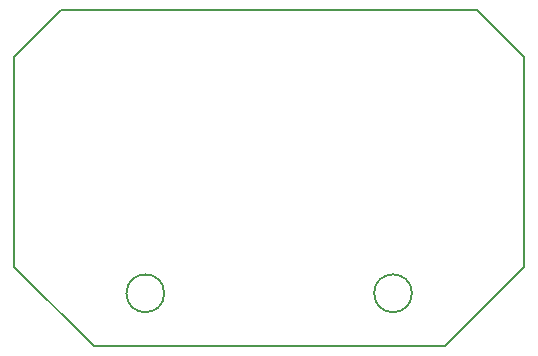
<source format=gbr>
%TF.GenerationSoftware,KiCad,Pcbnew,(6.0.0)*%
%TF.CreationDate,2024-07-10T16:52:07-07:00*%
%TF.ProjectId,pre_cursed_dc_inlet,7072655f-6375-4727-9365-645f64635f69,rev?*%
%TF.SameCoordinates,Original*%
%TF.FileFunction,Profile,NP*%
%FSLAX46Y46*%
G04 Gerber Fmt 4.6, Leading zero omitted, Abs format (unit mm)*
G04 Created by KiCad (PCBNEW (6.0.0)) date 2024-07-10 16:52:07*
%MOMM*%
%LPD*%
G01*
G04 APERTURE LIST*
%TA.AperFunction,Profile*%
%ADD10C,0.200000*%
%TD*%
G04 APERTURE END LIST*
D10*
X127134319Y-106249996D02*
X133884319Y-112999996D01*
X133884319Y-112999996D02*
X163591716Y-112999996D01*
X127134319Y-88500000D02*
X127134319Y-106249996D01*
X163591716Y-112999996D02*
X170341716Y-106249996D01*
X170341716Y-88500000D02*
X166341716Y-84500000D01*
X166341716Y-84500000D02*
X131134319Y-84500000D01*
X170341716Y-106249996D02*
X170341716Y-88500000D01*
X131134319Y-84500000D02*
X127134319Y-88500000D01*
X139852832Y-108510366D02*
G75*
G03*
X139852832Y-108510366I-1600000J0D01*
G01*
X160823204Y-108510366D02*
G75*
G03*
X160823204Y-108510366I-1600000J0D01*
G01*
M02*

</source>
